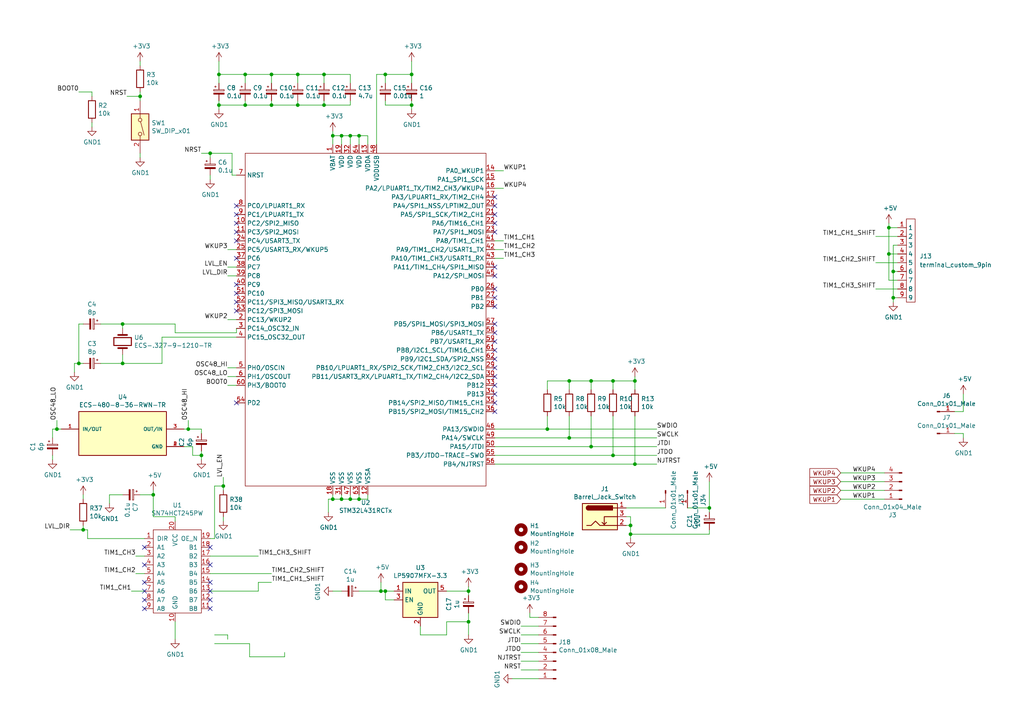
<source format=kicad_sch>
(kicad_sch (version 20211123) (generator eeschema)
  (paper "A4")
  (lib_symbols
    (symbol "Connector:Barrel_Jack_Switch" (pin_names hide)
      (property "Reference" "J" (at 0 5.334 0))
      (property "Value" "Barrel_Jack_Switch" (at 0 -5.08 0))
      (symbol "Barrel_Jack_Switch_1_1"
        (pin passive line (at 7.62 2.54 180) (length 2.54) (name "~") (number "1"))
        (pin passive line (at 7.62 -2.54 180) (length 2.54) (name "~") (number "2"))
        (pin passive line (at 7.62 0 180) (length 2.54) (name "~") (number "3"))
      )
    )
    (symbol "Connector:Conn_01x01_Male" (pin_names (offset 1.016) hide)
      (property "Reference" "J" (at 0 2.54 0))
      (property "Value" "Conn_01x01_Male" (at 0 -2.54 0))
      (symbol "Conn_01x01_Male_1_1"
        (pin passive line (at 5.08 0 180) (length 3.81) (name "Pin_1") (number "1"))
      )
    )
    (symbol "Connector:Conn_01x04_Male" (pin_names (offset 1.016) hide)
      (property "Reference" "J" (at 0 5.08 0))
      (property "Value" "Conn_01x04_Male" (at 0 -7.62 0))
      (symbol "Conn_01x04_Male_1_1"
        (pin passive line (at 5.08 2.54 180) (length 3.81) (name "Pin_1") (number "1"))
        (pin passive line (at 5.08 0 180) (length 3.81) (name "Pin_2") (number "2"))
        (pin passive line (at 5.08 -2.54 180) (length 3.81) (name "Pin_3") (number "3"))
        (pin passive line (at 5.08 -5.08 180) (length 3.81) (name "Pin_4") (number "4"))
      )
    )
    (symbol "Connector:Conn_01x08_Male" (pin_names (offset 1.016) hide)
      (property "Reference" "J" (at 0 10.16 0))
      (property "Value" "Conn_01x08_Male" (at 0 -12.7 0))
      (symbol "Conn_01x08_Male_1_1"
        (pin passive line (at 5.08 7.62 180) (length 3.81) (name "Pin_1") (number "1"))
        (pin passive line (at 5.08 5.08 180) (length 3.81) (name "Pin_2") (number "2"))
        (pin passive line (at 5.08 2.54 180) (length 3.81) (name "Pin_3") (number "3"))
        (pin passive line (at 5.08 0 180) (length 3.81) (name "Pin_4") (number "4"))
        (pin passive line (at 5.08 -2.54 180) (length 3.81) (name "Pin_5") (number "5"))
        (pin passive line (at 5.08 -5.08 180) (length 3.81) (name "Pin_6") (number "6"))
        (pin passive line (at 5.08 -7.62 180) (length 3.81) (name "Pin_7") (number "7"))
        (pin passive line (at 5.08 -10.16 180) (length 3.81) (name "Pin_8") (number "8"))
      )
    )
    (symbol "Device:Crystal" (pin_numbers hide) (pin_names (offset 1.016) hide)
      (property "Reference" "Y" (at 0 3.81 0))
      (property "Value" "Crystal" (at 0 -3.81 0))
      (symbol "Crystal_1_1"
        (pin passive line (at -3.81 0 0) (length 1.27) (name "1") (number "1"))
        (pin passive line (at 3.81 0 180) (length 1.27) (name "2") (number "2"))
      )
    )
    (symbol "Device:R" (pin_numbers hide) (pin_names (offset 0))
      (property "Reference" "R" (at 2.032 0 90))
      (property "Value" "R" (at 0 0 90))
      (symbol "R_1_1"
        (pin passive line (at 0 3.81 270) (length 1.27) (name "~") (number "1"))
        (pin passive line (at 0 -3.81 90) (length 1.27) (name "~") (number "2"))
      )
    )
    (symbol "Mechanical:MountingHole" (pin_names (offset 1.016))
      (property "Reference" "H" (at 0 5.08 0))
      (property "Value" "MountingHole" (at 0 3.175 0))
    )
    (symbol "Regulator_Linear:LP5907MFX-3.3"
      (property "Reference" "U" (at -3.81 6.35 0))
      (property "Value" "LP5907MFX-3.3" (at 6.35 6.35 0))
      (symbol "LP5907MFX-3.3_0_1"
        (pin power_in line (at -7.62 2.54 0) (length 2.54) (name "IN") (number "1"))
        (pin power_in line (at 0 -7.62 90) (length 2.54) (name "GND") (number "2"))
        (pin input line (at -7.62 0 0) (length 2.54) (name "EN") (number "3"))
        (pin no_connect line (at 5.08 0 180) (length 2.54) hide (name "NC") (number "4"))
        (pin power_out line (at 7.62 2.54 180) (length 2.54) (name "OUT") (number "5"))
      )
    )
    (symbol "Switch:SW_DIP_x01" (pin_names (offset 0) hide)
      (property "Reference" "SW" (at 0 3.81 0))
      (property "Value" "SW_DIP_x01" (at 0 -3.81 0))
      (symbol "SW_DIP_x01_1_1"
        (pin passive line (at -7.62 0 0) (length 5.08) (name "~") (number "1"))
        (pin passive line (at 7.62 0 180) (length 5.08) (name "~") (number "2"))
      )
    )
    (symbol "power:+5V" (power) (pin_names (offset 0))
      (property "Value" "+5V" (at 0 3.556 0))
      (symbol "+5V_1_1"
        (pin power_in line (at 0 0 90) (length 0) hide (name "+5V") (number "1"))
      )
    )
    (symbol "power:GND1" (power) (pin_names (offset 0))
      (property "Value" "GND1" (at 0 -3.81 0))
      (symbol "GND1_1_1"
        (pin power_in line (at 0 0 270) (length 0) hide (name "GND1") (number "1"))
      )
    )
    (symbol "spudglo_driver_v3p1-rescue:+3.3V-power" (power) (pin_names (offset 0))
      (property "Value" "+3.3V-power" (at 0 3.556 0))
      (symbol "+3.3V-power_1_1"
        (pin power_in line (at 0 0 90) (length 0) hide (name "+3V3") (number "1"))
      )
    )
    (symbol "spudglo_driver_v3p1-rescue:CP_Small-Device" (pin_numbers hide) (pin_names (offset 0.254) hide)
      (property "Reference" "C" (at 0.254 1.778 0))
      (property "Value" "CP_Small-Device" (at 0.254 -2.032 0))
      (symbol "CP_Small-Device_1_1"
        (pin passive line (at 0 2.54 270) (length 1.8542) (name "~") (number "1"))
        (pin passive line (at 0 -2.54 90) (length 1.8542) (name "~") (number "2"))
      )
    )
    (symbol "spudglo_driver_v3p1-rescue:ECS-480-8-36-RWN-TR-ECS-480-8-36-RWN-TR" (pin_names (offset 1.016))
      (property "Reference" "Y" (at -12.7254 7.6454 0))
      (property "Value" "ECS-480-8-36-RWN-TR-ECS-480-8-36-RWN-TR" (at -12.7 -7.62 0))
      (symbol "ECS-480-8-36-RWN-TR-ECS-480-8-36-RWN-TR_0_0"
        (pin bidirectional line (at -17.78 2.54 0) (length 5.08) (name "IN/OUT") (number "1"))
        (pin power_in line (at 17.78 -2.54 180) (length 5.08) (name "GND") (number "2"))
        (pin bidirectional line (at 17.78 2.54 180) (length 5.08) (name "OUT/IN") (number "3"))
        (pin power_in line (at 17.78 -2.54 180) (length 5.08) (name "GND") (number "4"))
      )
    )
    (symbol "spudglo_driver_v3p1-rescue:SN74HCT245PW-srw_custom" (pin_names (offset 1.016))
      (property "Reference" "U" (at -13.97 16.51 0))
      (property "Value" "SN74HCT245PW-srw_custom" (at 0 -34.29 0))
      (symbol "SN74HCT245PW-srw_custom_1_1"
        (pin input line (at -2.54 -2.54 0) (length 2.54) (name "DIR") (number "1"))
        (pin input line (at 6.35 -26.67 90) (length 2.54) (name "GND") (number "10"))
        (pin input line (at 16.51 -22.86 180) (length 2.54) (name "B8") (number "11"))
        (pin input line (at 16.51 -20.32 180) (length 2.54) (name "B7") (number "12"))
        (pin input line (at 16.51 -17.78 180) (length 2.54) (name "B6") (number "13"))
        (pin input line (at 16.51 -15.24 180) (length 2.54) (name "B5") (number "14"))
        (pin input line (at 16.51 -12.7 180) (length 2.54) (name "B4") (number "15"))
        (pin input line (at 16.51 -10.16 180) (length 2.54) (name "B3") (number "16"))
        (pin input line (at 16.51 -7.62 180) (length 2.54) (name "B2") (number "17"))
        (pin input line (at 16.51 -5.08 180) (length 2.54) (name "B1") (number "18"))
        (pin input line (at 16.51 -2.54 180) (length 2.54) (name "OE_N") (number "19"))
        (pin input line (at -2.54 -5.08 0) (length 2.54) (name "A1") (number "2"))
        (pin input line (at 6.35 2.54 270) (length 2.54) (name "VCC") (number "20"))
        (pin input line (at -2.54 -7.62 0) (length 2.54) (name "A2") (number "3"))
        (pin input line (at -2.54 -10.16 0) (length 2.54) (name "A3") (number "4"))
        (pin input line (at -2.54 -12.7 0) (length 2.54) (name "A4") (number "5"))
        (pin input line (at -2.54 -15.24 0) (length 2.54) (name "A5") (number "6"))
        (pin input line (at -2.54 -17.78 0) (length 2.54) (name "A6") (number "7"))
        (pin input line (at -2.54 -20.32 0) (length 2.54) (name "A7") (number "8"))
        (pin input line (at -2.54 -22.86 0) (length 2.54) (name "A8") (number "9"))
      )
    )
    (symbol "spudglo_driver_v3p1-rescue:STM32L431RCTx-MCU_ST_STM32L4"
      (property "Reference" "U" (at -6.35 29.21 0))
      (property "Value" "STM32L431RCTx-MCU_ST_STM32L4" (at -8.89 -72.39 0))
      (symbol "STM32L431RCTx-MCU_ST_STM32L4_1_1"
        (pin power_in line (at 16.51 29.21 270) (length 2.54) (name "VBAT") (number "1"))
        (pin bidirectional line (at -11.43 6.35 0) (length 2.54) (name "PC2/SPI2_MISO") (number "10"))
        (pin bidirectional line (at -11.43 3.81 0) (length 2.54) (name "PC3/SPI2_MOSI") (number "11"))
        (pin power_in line (at 26.67 -72.39 90) (length 2.54) (name "VSSA") (number "12"))
        (pin power_in line (at 26.67 29.21 270) (length 2.54) (name "VDDA") (number "13"))
        (pin bidirectional line (at 63.5 21.59 180) (length 2.54) (name "PA0_WKUP1") (number "14"))
        (pin bidirectional line (at 63.5 19.05 180) (length 2.54) (name "PA1_SPI1_SCK") (number "15"))
        (pin bidirectional line (at 63.5 16.51 180) (length 2.54) (name "PA2/LPUART1_TX/TIM2_CH3/WKUP4") (number "16"))
        (pin bidirectional line (at 63.5 13.97 180) (length 2.54) (name "PA3/LPUART1_RX/TIM2_CH4") (number "17"))
        (pin power_in line (at 16.51 -72.39 90) (length 2.54) (name "VSS") (number "18"))
        (pin power_in line (at 19.05 29.21 270) (length 2.54) (name "VDD") (number "19"))
        (pin bidirectional line (at -11.43 -21.59 0) (length 2.54) (name "PC13/WKUP2") (number "2"))
        (pin bidirectional line (at 63.5 11.43 180) (length 2.54) (name "PA4/SPI1_NSS/LPTIM2_OUT") (number "20"))
        (pin bidirectional line (at 63.5 8.89 180) (length 2.54) (name "PA5/SPI1_SCK/TIM2_CH1") (number "21"))
        (pin bidirectional line (at 63.5 6.35 180) (length 2.54) (name "PA6/TIM16_CH1") (number "22"))
        (pin bidirectional line (at 63.5 3.81 180) (length 2.54) (name "PA7/SPI1_MOSI") (number "23"))
        (pin bidirectional line (at -11.43 1.27 0) (length 2.54) (name "PC4/USART3_TX") (number "24"))
        (pin bidirectional line (at -11.43 -1.27 0) (length 2.54) (name "PC5/USART3_RX/WKUP5") (number "25"))
        (pin bidirectional line (at 63.5 -12.7 180) (length 2.54) (name "PB0") (number "26"))
        (pin bidirectional line (at 63.5 -15.24 180) (length 2.54) (name "PB1") (number "27"))
        (pin bidirectional line (at 63.5 -17.78 180) (length 2.54) (name "PB2") (number "28"))
        (pin bidirectional line (at 63.5 -35.56 180) (length 2.54) (name "PB10/LPUART1_RX/SPI2_SCK/TIM2_CH3/I2C2_SCL") (number "29"))
        (pin bidirectional line (at -11.43 -24.13 0) (length 2.54) (name "PC14_OSC32_IN") (number "3"))
        (pin bidirectional line (at 63.5 -38.1 180) (length 2.54) (name "PB11/USART3_RX/LPUART1_TX/TIM2_CH4/I2C2_SDA") (number "30"))
        (pin power_in line (at 19.05 -72.39 90) (length 2.54) (name "VSS") (number "31"))
        (pin power_in line (at 21.59 29.21 270) (length 2.54) (name "VDD") (number "32"))
        (pin bidirectional line (at 63.5 -40.64 180) (length 2.54) (name "PB12") (number "33"))
        (pin bidirectional line (at 63.5 -43.18 180) (length 2.54) (name "PB13") (number "34"))
        (pin bidirectional line (at 63.5 -45.72 180) (length 2.54) (name "PB14/SPI2_MISO/TIM15_CH1") (number "35"))
        (pin bidirectional line (at 63.5 -48.26 180) (length 2.54) (name "PB15/SPI2_MOSI/TIM15_CH2") (number "36"))
        (pin bidirectional line (at -11.43 -3.81 0) (length 2.54) (name "PC6") (number "37"))
        (pin bidirectional line (at -11.43 -6.35 0) (length 2.54) (name "PC7") (number "38"))
        (pin bidirectional line (at -11.43 -8.89 0) (length 2.54) (name "PC8") (number "39"))
        (pin bidirectional line (at -11.43 -26.67 0) (length 2.54) (name "PC15_OSC32_OUT") (number "4"))
        (pin bidirectional line (at -11.43 -11.43 0) (length 2.54) (name "PC9") (number "40"))
        (pin bidirectional line (at 63.5 1.27 180) (length 2.54) (name "PA8/TIM1_CH1") (number "41"))
        (pin bidirectional line (at 63.5 -1.27 180) (length 2.54) (name "PA9/TIM1_CH2/USART1_TX") (number "42"))
        (pin bidirectional line (at 63.5 -3.81 180) (length 2.54) (name "PA10/TIM1_CH3/USART1_RX") (number "43"))
        (pin bidirectional line (at 63.5 -6.35 180) (length 2.54) (name "PA11/TIM1_CH4/SPI1_MISO") (number "44"))
        (pin bidirectional line (at 63.5 -8.89 180) (length 2.54) (name "PA12/SPI_MOSI") (number "45"))
        (pin bidirectional line (at 63.5 -53.34 180) (length 2.54) (name "PA13/SWDIO") (number "46"))
        (pin power_in line (at 21.59 -72.39 90) (length 2.54) (name "VSS") (number "47"))
        (pin power_in line (at 29.21 29.21 270) (length 2.54) (name "VDDUSB") (number "48"))
        (pin bidirectional line (at 63.5 -55.88 180) (length 2.54) (name "PA14/SWCLK") (number "49"))
        (pin input line (at -11.43 -35.56 0) (length 2.54) (name "PH0/OSCIN") (number "5"))
        (pin bidirectional line (at 63.5 -58.42 180) (length 2.54) (name "PA15/JTDI") (number "50"))
        (pin bidirectional line (at -11.43 -13.97 0) (length 2.54) (name "PC10") (number "51"))
        (pin bidirectional line (at -11.43 -16.51 0) (length 2.54) (name "PC11/SPI3_MISO/USART3_RX") (number "52"))
        (pin bidirectional line (at -11.43 -19.05 0) (length 2.54) (name "PC12/SPI3_MOSI") (number "53"))
        (pin bidirectional line (at -11.43 -45.72 0) (length 2.54) (name "PD2") (number "54"))
        (pin bidirectional line (at 63.5 -60.96 180) (length 2.54) (name "PB3/JTDO-TRACE-SWO") (number "55"))
        (pin bidirectional line (at 63.5 -63.5 180) (length 2.54) (name "PB4/NJTRST") (number "56"))
        (pin bidirectional line (at 63.5 -22.86 180) (length 2.54) (name "PB5/SPI1_MOSI/SPI3_MOSI") (number "57"))
        (pin bidirectional line (at 63.5 -25.4 180) (length 2.54) (name "PB6/USART1_TX") (number "58"))
        (pin bidirectional line (at 63.5 -27.94 180) (length 2.54) (name "PB7/USART1_RX") (number "59"))
        (pin input line (at -11.43 -38.1 0) (length 2.54) (name "PH1/OSCOUT") (number "6"))
        (pin bidirectional line (at -11.43 -40.64 0) (length 2.54) (name "PH3/BOOT0") (number "60"))
        (pin bidirectional line (at 63.5 -30.48 180) (length 2.54) (name "PB8/I2C1_SCL/TIM16_CH1") (number "61"))
        (pin bidirectional line (at 63.5 -33.02 180) (length 2.54) (name "PB9/I2C1_SDA/SPI2_NSS") (number "62"))
        (pin power_in line (at 24.13 -72.39 90) (length 2.54) (name "VSS") (number "63"))
        (pin power_in line (at 24.13 29.21 270) (length 2.54) (name "VDD") (number "64"))
        (pin input line (at -11.43 20.32 0) (length 2.54) (name "NRST") (number "7"))
        (pin bidirectional line (at -11.43 11.43 0) (length 2.54) (name "PC0/LPUART1_RX") (number "8"))
        (pin bidirectional line (at -11.43 8.89 0) (length 2.54) (name "PC1/LPUART1_TX") (number "9"))
      )
    )
    (symbol "srw_custom:terminal_custom_9pin"
      (property "Reference" "J" (at 0 1.27 0))
      (property "Value" "terminal_custom_9pin" (at 2.54 -26.67 0))
      (symbol "terminal_custom_9pin_1_1"
        (pin input line (at -2.54 -2.54 0) (length 2.54) (name "1") (number "1"))
        (pin input line (at -2.54 -5.08 0) (length 2.54) (name "2") (number "2"))
        (pin input line (at -2.54 -7.62 0) (length 2.54) (name "3") (number "3"))
        (pin input line (at -2.54 -10.16 0) (length 2.54) (name "4") (number "4"))
        (pin input line (at -2.54 -12.7 0) (length 2.54) (name "5") (number "5"))
        (pin input line (at -2.54 -15.24 0) (length 2.54) (name "6") (number "6"))
        (pin input line (at -2.54 -17.78 0) (length 2.54) (name "7") (number "7"))
        (pin input line (at -2.54 -20.32 0) (length 2.54) (name "8") (number "8"))
        (pin input line (at -2.54 -22.86 0) (length 2.54) (name "9") (number "9"))
      )
    )
  )
  (junction (at 158.75 124.46))
  (junction (at 165.1 110.49))
  (junction (at 78.74 30.48))
  (junction (at 44.45 143.51))
  (junction (at 16.51 124.46))
  (junction (at 22.86 105.41))
  (junction (at 71.12 30.48))
  (junction (at 64.77 140.97))
  (junction (at 182.88 154.94))
  (junction (at 257.81 66.04))
  (junction (at 40.64 27.94))
  (junction (at 171.45 110.49))
  (junction (at 104.14 144.78))
  (junction (at 184.15 110.49))
  (junction (at 104.14 39.37))
  (junction (at 99.06 144.78))
  (junction (at 35.56 93.98))
  (junction (at 58.42 132.08))
  (junction (at 86.36 30.48))
  (junction (at 259.08 78.74))
  (junction (at 101.6 144.78))
  (junction (at 184.15 134.62))
  (junction (at 63.5 30.48))
  (junction (at 119.38 30.48))
  (junction (at 119.38 21.59))
  (junction (at 111.76 21.59))
  (junction (at 182.88 152.4))
  (junction (at 135.89 171.45))
  (junction (at 259.08 86.36))
  (junction (at 111.76 171.45))
  (junction (at 165.1 127))
  (junction (at 110.49 171.45))
  (junction (at 24.13 153.67))
  (junction (at 96.52 144.78))
  (junction (at 177.8 110.49))
  (junction (at 71.12 21.59))
  (junction (at 257.81 73.66))
  (junction (at 177.8 132.08))
  (junction (at 171.45 129.54))
  (junction (at 86.36 21.59))
  (junction (at 93.98 21.59))
  (junction (at 63.5 21.59))
  (junction (at 54.61 124.46))
  (junction (at 135.89 180.34))
  (junction (at 205.74 147.32))
  (junction (at 101.6 39.37))
  (junction (at 78.74 21.59))
  (junction (at 93.98 30.48))
  (junction (at 99.06 39.37))
  (junction (at 60.96 44.45))
  (junction (at 96.52 39.37))
  (junction (at 35.56 105.41))
  (no_connect (at 68.58 85.09))
  (no_connect (at 41.91 173.99))
  (no_connect (at 143.51 114.3))
  (no_connect (at 68.58 74.93))
  (no_connect (at 143.51 64.77))
  (no_connect (at 143.51 62.23))
  (no_connect (at 60.96 173.99))
  (no_connect (at 143.51 116.84))
  (no_connect (at 41.91 158.75))
  (no_connect (at 68.58 82.55))
  (no_connect (at 41.91 163.83))
  (no_connect (at 60.96 168.91))
  (no_connect (at 143.51 119.38))
  (no_connect (at 68.58 64.77))
  (no_connect (at 143.51 57.15))
  (no_connect (at 68.58 87.63))
  (no_connect (at 68.58 62.23))
  (no_connect (at 68.58 67.31))
  (no_connect (at 60.96 171.45))
  (no_connect (at 143.51 96.52))
  (no_connect (at 143.51 106.68))
  (no_connect (at 143.51 59.69))
  (no_connect (at 143.51 93.98))
  (no_connect (at 143.51 86.36))
  (no_connect (at 68.58 116.84))
  (no_connect (at 143.51 101.6))
  (no_connect (at 143.51 67.31))
  (no_connect (at 143.51 83.82))
  (no_connect (at 60.96 176.53))
  (no_connect (at 143.51 77.47))
  (no_connect (at 143.51 88.9))
  (no_connect (at 68.58 90.17))
  (no_connect (at 143.51 104.14))
  (no_connect (at 143.51 111.76))
  (no_connect (at 143.51 80.01))
  (no_connect (at 143.51 109.22))
  (no_connect (at 143.51 99.06))
  (no_connect (at 41.91 168.91))
  (no_connect (at 41.91 176.53))
  (no_connect (at 60.96 158.75))
  (no_connect (at 68.58 69.85))
  (no_connect (at 68.58 59.69))
  (no_connect (at 60.96 163.83))
  (no_connect (at 41.91 171.45))
  (wire (pts (xy 135.89 171.45) (xy 135.89 170.18)))
  (wire (pts (xy 50.8 185.42) (xy 50.8 180.34)))
  (wire (pts (xy 184.15 134.62) (xy 184.15 120.65)))
  (wire (pts (xy 68.58 97.79) (xy 46.99 97.79)))
  (wire (pts (xy 86.36 24.13) (xy 86.36 21.59)))
  (wire (pts (xy 182.88 149.86) (xy 181.61 149.86)))
  (wire (pts (xy 39.37 161.29) (xy 41.91 161.29)))
  (wire (pts (xy 78.74 30.48) (xy 86.36 30.48)))
  (wire (pts (xy 158.75 124.46) (xy 190.5 124.46)))
  (wire (pts (xy 177.8 132.08) (xy 190.5 132.08)))
  (wire (pts (xy 146.05 72.39) (xy 143.51 72.39)))
  (wire (pts (xy 96.52 144.78) (xy 96.52 143.51)))
  (wire (pts (xy 66.04 106.68) (xy 68.58 106.68)))
  (wire (pts (xy 184.15 134.62) (xy 190.5 134.62)))
  (wire (pts (xy 16.51 124.46) (xy 15.24 124.46)))
  (wire (pts (xy 60.96 166.37) (xy 78.74 166.37)))
  (wire (pts (xy 22.86 105.41) (xy 24.13 105.41)))
  (wire (pts (xy 39.37 166.37) (xy 41.91 166.37)))
  (wire (pts (xy 67.31 44.45) (xy 60.96 44.45)))
  (wire (pts (xy 199.39 147.32) (xy 205.74 147.32)))
  (wire (pts (xy 257.81 73.66) (xy 260.35 73.66)))
  (wire (pts (xy 62.23 156.21) (xy 60.96 156.21)))
  (wire (pts (xy 205.74 139.7) (xy 205.74 147.32)))
  (wire (pts (xy 22.86 26.67) (xy 26.67 26.67)))
  (wire (pts (xy 257.81 66.04) (xy 257.81 73.66)))
  (wire (pts (xy 53.34 129.54) (xy 55.88 129.54)))
  (wire (pts (xy 35.56 102.87) (xy 35.56 105.41)))
  (wire (pts (xy 106.68 41.91) (xy 106.68 39.37)))
  (wire (pts (xy 46.99 97.79) (xy 46.99 105.41)))
  (wire (pts (xy 158.75 113.03) (xy 158.75 110.49)))
  (wire (pts (xy 24.13 153.67) (xy 24.13 152.4)))
  (wire (pts (xy 276.86 119.38) (xy 279.4 119.38)))
  (wire (pts (xy 259.08 86.36) (xy 260.35 86.36)))
  (wire (pts (xy 101.6 41.91) (xy 101.6 39.37)))
  (wire (pts (xy 165.1 113.03) (xy 165.1 110.49)))
  (wire (pts (xy 135.89 180.34) (xy 135.89 177.8)))
  (wire (pts (xy 101.6 39.37) (xy 99.06 39.37)))
  (wire (pts (xy 129.54 180.34) (xy 135.89 180.34)))
  (wire (pts (xy 96.52 144.78) (xy 99.06 144.78)))
  (wire (pts (xy 254 83.82) (xy 260.35 83.82)))
  (wire (pts (xy 205.74 148.59) (xy 205.74 147.32)))
  (wire (pts (xy 63.5 30.48) (xy 63.5 31.75)))
  (wire (pts (xy 121.92 181.61) (xy 121.92 184.15)))
  (wire (pts (xy 96.52 171.45) (xy 99.06 171.45)))
  (wire (pts (xy 104.14 144.78) (xy 106.68 144.78)))
  (wire (pts (xy 143.51 129.54) (xy 171.45 129.54)))
  (wire (pts (xy 165.1 120.65) (xy 165.1 127)))
  (wire (pts (xy 95.25 144.78) (xy 96.52 144.78)))
  (wire (pts (xy 182.88 152.4) (xy 182.88 154.94)))
  (wire (pts (xy 109.22 21.59) (xy 109.22 41.91)))
  (wire (pts (xy 25.4 156.21) (xy 25.4 153.67)))
  (wire (pts (xy 74.93 168.91) (xy 78.74 168.91)))
  (wire (pts (xy 40.64 27.94) (xy 40.64 26.67)))
  (wire (pts (xy 78.74 24.13) (xy 78.74 21.59)))
  (wire (pts (xy 151.13 191.77) (xy 156.21 191.77)))
  (wire (pts (xy 165.1 127) (xy 143.51 127)))
  (wire (pts (xy 40.64 29.21) (xy 40.64 27.94)))
  (wire (pts (xy 78.74 21.59) (xy 86.36 21.59)))
  (wire (pts (xy 151.13 189.23) (xy 156.21 189.23)))
  (wire (pts (xy 143.51 134.62) (xy 184.15 134.62)))
  (wire (pts (xy 26.67 36.83) (xy 26.67 35.56)))
  (wire (pts (xy 156.21 179.07) (xy 153.67 179.07)))
  (wire (pts (xy 146.05 74.93) (xy 143.51 74.93)))
  (wire (pts (xy 254 68.58) (xy 260.35 68.58)))
  (wire (pts (xy 135.89 171.45) (xy 129.54 171.45)))
  (wire (pts (xy 93.98 21.59) (xy 93.98 24.13)))
  (wire (pts (xy 111.76 21.59) (xy 119.38 21.59)))
  (wire (pts (xy 143.51 124.46) (xy 158.75 124.46)))
  (wire (pts (xy 96.52 39.37) (xy 96.52 38.1)))
  (wire (pts (xy 119.38 30.48) (xy 111.76 30.48)))
  (wire (pts (xy 66.04 111.76) (xy 68.58 111.76)))
  (wire (pts (xy 153.67 179.07) (xy 153.67 177.8)))
  (wire (pts (xy 101.6 29.21) (xy 101.6 30.48)))
  (wire (pts (xy 60.96 44.45) (xy 58.42 44.45)))
  (wire (pts (xy 29.21 93.98) (xy 35.56 93.98)))
  (wire (pts (xy 129.54 184.15) (xy 129.54 180.34)))
  (wire (pts (xy 20.32 153.67) (xy 24.13 153.67)))
  (wire (pts (xy 35.56 95.25) (xy 35.56 93.98)))
  (wire (pts (xy 182.88 154.94) (xy 182.88 156.21)))
  (wire (pts (xy 101.6 144.78) (xy 101.6 143.51)))
  (wire (pts (xy 66.04 109.22) (xy 68.58 109.22)))
  (wire (pts (xy 146.05 49.53) (xy 143.51 49.53)))
  (wire (pts (xy 110.49 168.91) (xy 110.49 171.45)))
  (wire (pts (xy 257.81 81.28) (xy 257.81 73.66)))
  (wire (pts (xy 259.08 86.36) (xy 259.08 78.74)))
  (wire (pts (xy 243.84 142.24) (xy 256.54 142.24)))
  (wire (pts (xy 64.77 151.13) (xy 64.77 149.86)))
  (wire (pts (xy 26.67 27.94) (xy 26.67 26.67)))
  (wire (pts (xy 114.3 173.99) (xy 111.76 173.99)))
  (wire (pts (xy 25.4 156.21) (xy 41.91 156.21)))
  (wire (pts (xy 121.92 184.15) (xy 129.54 184.15)))
  (wire (pts (xy 181.61 147.32) (xy 193.04 147.32)))
  (wire (pts (xy 135.89 172.72) (xy 135.89 171.45)))
  (wire (pts (xy 95.25 148.59) (xy 95.25 144.78)))
  (wire (pts (xy 165.1 127) (xy 190.5 127)))
  (wire (pts (xy 243.84 144.78) (xy 256.54 144.78)))
  (wire (pts (xy 106.68 39.37) (xy 104.14 39.37)))
  (wire (pts (xy 17.78 124.46) (xy 16.51 124.46)))
  (wire (pts (xy 54.61 124.46) (xy 53.34 124.46)))
  (wire (pts (xy 184.15 113.03) (xy 184.15 110.49)))
  (wire (pts (xy 60.96 171.45) (xy 74.93 171.45)))
  (wire (pts (xy 64.77 138.43) (xy 64.77 140.97)))
  (wire (pts (xy 119.38 29.21) (xy 119.38 30.48)))
  (wire (pts (xy 181.61 152.4) (xy 182.88 152.4)))
  (wire (pts (xy 40.64 19.05) (xy 40.64 17.78)))
  (wire (pts (xy 259.08 78.74) (xy 260.35 78.74)))
  (wire (pts (xy 106.68 144.78) (xy 106.68 143.51)))
  (wire (pts (xy 111.76 21.59) (xy 111.76 24.13)))
  (wire (pts (xy 60.96 161.29) (xy 74.93 161.29)))
  (wire (pts (xy 96.52 41.91) (xy 96.52 39.37)))
  (wire (pts (xy 66.04 77.47) (xy 68.58 77.47)))
  (wire (pts (xy 257.81 66.04) (xy 257.81 64.77)))
  (wire (pts (xy 104.14 41.91) (xy 104.14 39.37)))
  (wire (pts (xy 71.12 30.48) (xy 78.74 30.48)))
  (wire (pts (xy 62.23 184.15) (xy 66.04 184.15)))
  (wire (pts (xy 109.22 21.59) (xy 111.76 21.59)))
  (wire (pts (xy 62.23 140.97) (xy 62.23 156.21)))
  (wire (pts (xy 101.6 144.78) (xy 104.14 144.78)))
  (wire (pts (xy 50.8 151.13) (xy 50.8 149.86)))
  (wire (pts (xy 36.83 27.94) (xy 40.64 27.94)))
  (wire (pts (xy 158.75 110.49) (xy 165.1 110.49)))
  (wire (pts (xy 50.8 96.52) (xy 68.58 96.52)))
  (wire (pts (xy 171.45 129.54) (xy 190.5 129.54)))
  (wire (pts (xy 254 76.2) (xy 260.35 76.2)))
  (wire (pts (xy 151.13 194.31) (xy 156.21 194.31)))
  (wire (pts (xy 151.13 181.61) (xy 156.21 181.61)))
  (wire (pts (xy 260.35 81.28) (xy 257.81 81.28)))
  (wire (pts (xy 158.75 124.46) (xy 158.75 120.65)))
  (wire (pts (xy 35.56 143.51) (xy 31.75 143.51)))
  (wire (pts (xy 165.1 110.49) (xy 171.45 110.49)))
  (wire (pts (xy 21.59 107.95) (xy 21.59 105.41)))
  (wire (pts (xy 257.81 66.04) (xy 260.35 66.04)))
  (wire (pts (xy 63.5 24.13) (xy 63.5 21.59)))
  (wire (pts (xy 177.8 113.03) (xy 177.8 110.49)))
  (wire (pts (xy 104.14 39.37) (xy 101.6 39.37)))
  (wire (pts (xy 63.5 21.59) (xy 71.12 21.59)))
  (wire (pts (xy 40.64 45.72) (xy 40.64 44.45)))
  (wire (pts (xy 15.24 124.46) (xy 15.24 127)))
  (wire (pts (xy 184.15 110.49) (xy 184.15 109.22)))
  (wire (pts (xy 58.42 125.73) (xy 58.42 124.46)))
  (wire (pts (xy 55.88 129.54) (xy 55.88 132.08)))
  (wire (pts (xy 74.93 171.45) (xy 74.93 168.91)))
  (wire (pts (xy 58.42 133.35) (xy 58.42 132.08)))
  (wire (pts (xy 64.77 142.24) (xy 64.77 140.97)))
  (wire (pts (xy 99.06 143.51) (xy 99.06 144.78)))
  (wire (pts (xy 182.88 154.94) (xy 205.74 154.94)))
  (wire (pts (xy 259.08 71.12) (xy 260.35 71.12)))
  (wire (pts (xy 205.74 154.94) (xy 205.74 153.67)))
  (wire (pts (xy 119.38 24.13) (xy 119.38 21.59)))
  (wire (pts (xy 67.31 50.8) (xy 67.31 44.45)))
  (wire (pts (xy 177.8 132.08) (xy 143.51 132.08)))
  (wire (pts (xy 177.8 110.49) (xy 184.15 110.49)))
  (wire (pts (xy 82.55 189.23) (xy 82.55 190.5)))
  (wire (pts (xy 110.49 171.45) (xy 104.14 171.45)))
  (wire (pts (xy 60.96 52.07) (xy 60.96 50.8)))
  (wire (pts (xy 31.75 146.05) (xy 31.75 143.51)))
  (wire (pts (xy 182.88 152.4) (xy 182.88 149.86)))
  (wire (pts (xy 111.76 171.45) (xy 110.49 171.45)))
  (wire (pts (xy 119.38 21.59) (xy 119.38 17.78)))
  (wire (pts (xy 259.08 78.74) (xy 259.08 71.12)))
  (wire (pts (xy 22.86 93.98) (xy 24.13 93.98)))
  (wire (pts (xy 259.08 87.63) (xy 259.08 86.36)))
  (wire (pts (xy 279.4 119.38) (xy 279.4 114.3)))
  (wire (pts (xy 72.39 190.5) (xy 82.55 190.5)))
  (wire (pts (xy 62.23 186.69) (xy 72.39 186.69)))
  (wire (pts (xy 22.86 105.41) (xy 22.86 93.98)))
  (wire (pts (xy 50.8 149.86) (xy 44.45 149.86)))
  (wire (pts (xy 279.4 125.73) (xy 279.4 127)))
  (wire (pts (xy 78.74 30.48) (xy 78.74 29.21)))
  (wire (pts (xy 177.8 110.49) (xy 171.45 110.49)))
  (wire (pts (xy 66.04 80.01) (xy 68.58 80.01)))
  (wire (pts (xy 111.76 29.21) (xy 111.76 30.48)))
  (wire (pts (xy 66.04 184.15) (xy 66.04 185.42)))
  (wire (pts (xy 86.36 30.48) (xy 86.36 29.21)))
  (wire (pts (xy 243.84 137.16) (xy 256.54 137.16)))
  (wire (pts (xy 35.56 93.98) (xy 50.8 93.98)))
  (wire (pts (xy 44.45 149.86) (xy 44.45 143.51)))
  (wire (pts (xy 66.04 72.39) (xy 68.58 72.39)))
  (wire (pts (xy 58.42 124.46) (xy 54.61 124.46)))
  (wire (pts (xy 111.76 173.99) (xy 111.76 171.45)))
  (wire (pts (xy 171.45 129.54) (xy 171.45 120.65)))
  (wire (pts (xy 60.96 45.72) (xy 60.96 44.45)))
  (wire (pts (xy 135.89 180.34) (xy 135.89 184.15)))
  (wire (pts (xy 46.99 105.41) (xy 35.56 105.41)))
  (wire (pts (xy 71.12 30.48) (xy 71.12 29.21)))
  (wire (pts (xy 276.86 125.73) (xy 279.4 125.73)))
  (wire (pts (xy 146.05 69.85) (xy 143.51 69.85)))
  (wire (pts (xy 177.8 132.08) (xy 177.8 120.65)))
  (wire (pts (xy 99.06 39.37) (xy 96.52 39.37)))
  (wire (pts (xy 54.61 121.92) (xy 54.61 124.46)))
  (wire (pts (xy 151.13 184.15) (xy 156.21 184.15)))
  (wire (pts (xy 101.6 24.13) (xy 101.6 21.59)))
  (wire (pts (xy 146.05 54.61) (xy 143.51 54.61)))
  (wire (pts (xy 16.51 121.92) (xy 16.51 124.46)))
  (wire (pts (xy 50.8 93.98) (xy 50.8 96.52)))
  (wire (pts (xy 25.4 153.67) (xy 24.13 153.67)))
  (wire (pts (xy 68.58 50.8) (xy 67.31 50.8)))
  (wire (pts (xy 93.98 30.48) (xy 101.6 30.48)))
  (wire (pts (xy 71.12 21.59) (xy 78.74 21.59)))
  (wire (pts (xy 156.21 196.85) (xy 148.59 196.85)))
  (wire (pts (xy 72.39 186.69) (xy 72.39 190.5)))
  (wire (pts (xy 171.45 110.49) (xy 171.45 113.03)))
  (wire (pts (xy 58.42 132.08) (xy 58.42 130.81)))
  (wire (pts (xy 21.59 105.41) (xy 22.86 105.41)))
  (wire (pts (xy 15.24 133.35) (xy 15.24 132.08)))
  (wire (pts (xy 44.45 143.51) (xy 40.64 143.51)))
  (wire (pts (xy 101.6 21.59) (xy 93.98 21.59)))
  (wire (pts (xy 104.14 143.51) (xy 104.14 144.78)))
  (wire (pts (xy 86.36 21.59) (xy 93.98 21.59)))
  (wire (pts (xy 99.06 144.78) (xy 101.6 144.78)))
  (wire (pts (xy 63.5 21.59) (xy 63.5 17.78)))
  (wire (pts (xy 93.98 30.48) (xy 86.36 30.48)))
  (wire (pts (xy 63.5 29.21) (xy 63.5 30.48)))
  (wire (pts (xy 68.58 96.52) (xy 68.58 95.25)))
  (wire (pts (xy 151.13 186.69) (xy 156.21 186.69)))
  (wire (pts (xy 66.04 92.71) (xy 68.58 92.71)))
  (wire (pts (xy 64.77 140.97) (xy 62.23 140.97)))
  (wire (pts (xy 243.84 139.7) (xy 256.54 139.7)))
  (wire (pts (xy 38.1 171.45) (xy 41.91 171.45)))
  (wire (pts (xy 24.13 144.78) (xy 24.13 143.51)))
  (wire (pts (xy 114.3 171.45) (xy 111.76 171.45)))
  (wire (pts (xy 63.5 30.48) (xy 71.12 30.48)))
  (wire (pts (xy 99.06 41.91) (xy 99.06 39.37)))
  (wire (pts (xy 29.21 105.41) (xy 35.56 105.41)))
  (wire (pts (xy 93.98 29.21) (xy 93.98 30.48)))
  (wire (pts (xy 55.88 132.08) (xy 58.42 132.08)))
  (wire (pts (xy 71.12 24.13) (xy 71.12 21.59)))
  (wire (pts (xy 44.45 142.24) (xy 44.45 143.51)))
  (wire (pts (xy 119.38 31.75) (xy 119.38 30.48)))
  (label "WKUP1" (at 146.05 49.53 0))
  (label "JTDO" (at 190.5 132.08 0))
  (label "WKUP1" (at 254 144.78 180))
  (label "TIM1_CH1" (at 38.1 171.45 180))
  (label "TIM1_CH1_SHIFT" (at 254 68.58 180))
  (label "WKUP3" (at 66.04 72.39 180))
  (label "TIM1_CH1" (at 146.05 69.85 0))
  (label "TIM1_CH2" (at 146.05 72.39 0))
  (label "TIM1_CH1_SHIFT" (at 78.74 168.91 0))
  (label "SWDIO" (at 190.5 124.46 0))
  (label "LVL_DIR" (at 20.32 153.67 180))
  (label "NRST" (at 58.42 44.45 180))
  (label "OSC48_HI" (at 54.61 121.92 90))
  (label "SWCLK" (at 190.5 127 0))
  (label "WKUP4" (at 254 137.16 180))
  (label "BOOT0" (at 22.86 26.67 180))
  (label "NRST" (at 36.83 27.94 180))
  (label "TIM1_CH3_SHIFT" (at 74.93 161.29 0))
  (label "TIM1_CH2_SHIFT" (at 78.74 166.37 0))
  (label "TIM1_CH2_SHIFT" (at 254 76.2 180))
  (label "TIM1_CH3" (at 146.05 74.93 0))
  (label "LVL_DIR" (at 66.04 80.01 180))
  (label "LVL_EN" (at 66.04 77.47 180))
  (label "TIM1_CH3" (at 39.37 161.29 180))
  (label "OSC48_LO" (at 66.04 109.22 180))
  (label "LVL_EN" (at 64.77 138.43 90))
  (label "JTDO" (at 151.13 189.23 180))
  (label "OSC48_LO" (at 16.51 121.92 90))
  (label "NJTRST" (at 190.5 134.62 0))
  (label "OSC48_HI" (at 66.04 106.68 180))
  (label "SWDIO" (at 151.13 181.61 180))
  (label "WKUP2" (at 254 142.24 180))
  (label "NJTRST" (at 151.13 191.77 180))
  (label "JTDI" (at 190.5 129.54 0))
  (label "NRST" (at 151.13 194.31 180))
  (label "BOOT0" (at 66.04 111.76 180))
  (label "WKUP3" (at 254 139.7 180))
  (label "JTDI" (at 151.13 186.69 180))
  (label "WKUP2" (at 66.04 92.71 180))
  (label "TIM1_CH3_SHIFT" (at 254 83.82 180))
  (label "SWCLK" (at 151.13 184.15 180))
  (label "WKUP4" (at 146.05 54.61 0))
  (label "TIM1_CH2" (at 39.37 166.37 180))
  (global_label "WKUP3" (shape input) (at 243.84 139.7 180) (property "Intersheet References" "${INTERSHEET_REFS}" (effects hide)))
  (global_label "WKUP1" (shape input) (at 243.84 144.78 180) (property "Intersheet References" "${INTERSHEET_REFS}" (effects hide)))
  (global_label "WKUP4" (shape input) (at 243.84 137.16 180) (property "Intersheet References" "${INTERSHEET_REFS}" (effects hide)))
  (global_label "WKUP2" (shape input) (at 243.84 142.24 180) (property "Intersheet References" "${INTERSHEET_REFS}" (effects hide)))
  (symbol (lib_id "spudglo_driver_v3p1-rescue:STM32L431RCTx-MCU_ST_STM32L4") (at 80.01 71.12 0) (unit 1)
    (property "Reference" "U2" (at 106.045 145.7706 0))
    (property "Value" "STM32L431RCTx" (at 106.045 148.082 0))
    (property "Footprint" "Package_QFP:LQFP-64_10x10mm_P0.5mm" (effects hide))
    (property "Datasheet" "http://www.st.com/st-web-ui/static/active/en/resource/technical/document/datasheet/DM00257211.pdf" (effects hide))
  )
  (symbol (lib_id "spudglo_driver_v3p1-rescue:CP_Small-Device") (at 63.5 26.67 0) (unit 1)
    (property "Reference" "C8" (at 65.7352 25.5016 0) (effects (justify left)))
    (property "Value" "0.1u" (at 65.7352 27.813 0) (effects (justify left)))
    (property "Footprint" "Capacitor_SMD:C_0603_1608Metric_Pad1.05x0.95mm_HandSolder" (effects hide))
  )
  (symbol (lib_id "spudglo_driver_v3p1-rescue:CP_Small-Device") (at 71.12 26.67 0) (unit 1)
    (property "Reference" "C9" (at 73.3552 25.5016 0) (effects (justify left)))
    (property "Value" "0.1u" (at 73.3552 27.813 0) (effects (justify left)))
    (property "Footprint" "Capacitor_SMD:C_0603_1608Metric_Pad1.05x0.95mm_HandSolder" (effects hide))
  )
  (symbol (lib_id "spudglo_driver_v3p1-rescue:CP_Small-Device") (at 78.74 26.67 0) (unit 1)
    (property "Reference" "C10" (at 80.9752 25.5016 0) (effects (justify left)))
    (property "Value" "0.1u" (at 80.9752 27.813 0) (effects (justify left)))
    (property "Footprint" "Capacitor_SMD:C_0603_1608Metric_Pad1.05x0.95mm_HandSolder" (effects hide))
  )
  (symbol (lib_id "spudglo_driver_v3p1-rescue:CP_Small-Device") (at 86.36 26.67 0) (unit 1)
    (property "Reference" "C11" (at 88.5952 25.5016 0) (effects (justify left)))
    (property "Value" "0.1u" (at 88.5952 27.813 0) (effects (justify left)))
    (property "Footprint" "Capacitor_SMD:C_0603_1608Metric_Pad1.05x0.95mm_HandSolder" (effects hide))
  )
  (symbol (lib_id "spudglo_driver_v3p1-rescue:CP_Small-Device") (at 93.98 26.67 0) (unit 1)
    (property "Reference" "C12" (at 96.2152 25.5016 0) (effects (justify left)))
    (property "Value" "0.1u" (at 96.2152 27.813 0) (effects (justify left)))
    (property "Footprint" "Capacitor_SMD:C_0603_1608Metric_Pad1.05x0.95mm_HandSolder" (effects hide))
  )
  (symbol (lib_id "spudglo_driver_v3p1-rescue:CP_Small-Device") (at 101.6 26.67 0) (unit 1)
    (property "Reference" "C13" (at 103.8352 25.5016 0) (effects (justify left)))
    (property "Value" "4.7u" (at 103.8352 27.813 0) (effects (justify left)))
    (property "Footprint" "Capacitor_SMD:C_0603_1608Metric_Pad1.05x0.95mm_HandSolder" (effects hide))
  )
  (symbol (lib_id "power:GND1") (at 63.5 31.75 0) (unit 1)
    (property "Reference" "#PWR0101" (effects hide))
    (property "Value" "GND1" (at 63.627 36.1442 0))
  )
  (symbol (lib_id "spudglo_driver_v3p1-rescue:+3.3V-power") (at 63.5 17.78 0) (unit 1)
    (property "Reference" "#PWR0102" (effects hide))
    (property "Value" "+3.3V" (at 63.881 13.3858 0))
  )
  (symbol (lib_id "spudglo_driver_v3p1-rescue:CP_Small-Device") (at 111.76 26.67 0) (unit 1)
    (property "Reference" "C15" (at 113.9952 25.5016 0) (effects (justify left)))
    (property "Value" "0.01u" (at 113.9952 27.813 0) (effects (justify left)))
    (property "Footprint" "Capacitor_SMD:C_0603_1608Metric_Pad1.05x0.95mm_HandSolder" (effects hide))
  )
  (symbol (lib_id "spudglo_driver_v3p1-rescue:CP_Small-Device") (at 119.38 26.67 0) (unit 1)
    (property "Reference" "C16" (at 121.6152 25.5016 0) (effects (justify left)))
    (property "Value" "1" (at 121.6152 27.813 0) (effects (justify left)))
    (property "Footprint" "Capacitor_SMD:C_0603_1608Metric_Pad1.05x0.95mm_HandSolder" (effects hide))
  )
  (symbol (lib_id "power:GND1") (at 119.38 31.75 0) (unit 1)
    (property "Reference" "#PWR0103" (effects hide))
    (property "Value" "GND1" (at 119.507 36.1442 0))
  )
  (symbol (lib_id "spudglo_driver_v3p1-rescue:+3.3V-power") (at 119.38 17.78 0) (unit 1)
    (property "Reference" "#PWR0104" (effects hide))
    (property "Value" "+3.3V" (at 119.761 13.3858 0))
  )
  (symbol (lib_id "power:GND1") (at 95.25 148.59 0) (unit 1)
    (property "Reference" "#PWR0105" (effects hide))
    (property "Value" "GND1" (at 95.377 152.9842 0))
  )
  (symbol (lib_id "spudglo_driver_v3p1-rescue:+3.3V-power") (at 96.52 38.1 0) (unit 1)
    (property "Reference" "#PWR0106" (effects hide))
    (property "Value" "+3.3V" (at 96.901 33.7058 0))
  )
  (symbol (lib_id "spudglo_driver_v3p1-rescue:CP_Small-Device") (at 60.96 48.26 0) (unit 1)
    (property "Reference" "C6" (at 63.1952 47.0916 0) (effects (justify left)))
    (property "Value" "0.1u" (at 63.1952 49.403 0) (effects (justify left)))
    (property "Footprint" "Capacitor_SMD:C_0603_1608Metric_Pad1.05x0.95mm_HandSolder" (effects hide))
  )
  (symbol (lib_id "power:GND1") (at 60.96 52.07 0) (unit 1)
    (property "Reference" "#PWR0107" (effects hide))
    (property "Value" "GND1" (at 61.087 56.4642 0))
  )
  (symbol (lib_id "Switch:SW_DIP_x01") (at 40.64 36.83 270) (unit 1)
    (property "Reference" "SW1" (at 43.942 35.6616 90) (effects (justify left)))
    (property "Value" "SW_DIP_x01" (at 43.942 37.973 90) (effects (justify left)))
    (property "Footprint" "Connector_PinHeader_2.54mm:PinHeader_1x02_P2.54mm_Vertical" (effects hide))
  )
  (symbol (lib_id "power:GND1") (at 40.64 45.72 0) (unit 1)
    (property "Reference" "#PWR0108" (effects hide))
    (property "Value" "GND1" (at 40.767 50.1142 0))
  )
  (symbol (lib_id "Device:R") (at 40.64 22.86 0) (unit 1)
    (property "Reference" "R3" (at 42.418 21.6916 0) (effects (justify left)))
    (property "Value" "10k" (at 42.418 24.003 0) (effects (justify left)))
    (property "Footprint" "Resistor_SMD:R_0603_1608Metric_Pad1.05x0.95mm_HandSolder" (effects hide))
  )
  (symbol (lib_id "spudglo_driver_v3p1-rescue:+3.3V-power") (at 40.64 17.78 0) (unit 1)
    (property "Reference" "#PWR0109" (effects hide))
    (property "Value" "+3.3V" (at 41.021 13.3858 0))
  )
  (symbol (lib_id "Device:Crystal") (at 35.56 99.06 270) (unit 1)
    (property "Reference" "U6" (at 38.8874 97.8916 90) (effects (justify left)))
    (property "Value" "ECS-.327-9-1210-TR" (at 38.8874 100.203 90) (effects (justify left)))
    (property "Footprint" "ECS-:XTAL_ECS-.327-9-1210-TR" (effects hide))
  )
  (symbol (lib_id "spudglo_driver_v3p1-rescue:CP_Small-Device") (at 26.67 93.98 270) (unit 1)
    (property "Reference" "C4" (at 26.67 88.265 90))
    (property "Value" "8p" (at 26.67 90.5764 90))
    (property "Footprint" "Capacitor_SMD:C_0603_1608Metric_Pad1.05x0.95mm_HandSolder" (effects hide))
  )
  (symbol (lib_id "Connector:Conn_01x08_Male") (at 161.29 189.23 180) (unit 1)
    (property "Reference" "J18" (at 162.0012 186.2328 0) (effects (justify right)))
    (property "Value" "Conn_01x08_Male" (at 162.0012 188.5442 0) (effects (justify right)))
    (property "Footprint" "Connector_PinHeader_2.54mm:PinHeader_2x04_P2.54mm_Vertical" (effects hide))
  )
  (symbol (lib_id "spudglo_driver_v3p1-rescue:CP_Small-Device") (at 26.67 105.41 270) (unit 1)
    (property "Reference" "C3" (at 26.67 99.695 90))
    (property "Value" "8p" (at 26.67 102.0064 90))
    (property "Footprint" "Capacitor_SMD:C_0603_1608Metric_Pad1.05x0.95mm_HandSolder" (effects hide))
  )
  (symbol (lib_id "power:GND1") (at 21.59 107.95 0) (unit 1)
    (property "Reference" "#PWR0110" (effects hide))
    (property "Value" "GND1" (at 21.717 112.3442 0))
  )
  (symbol (lib_id "spudglo_driver_v3p1-rescue:CP_Small-Device") (at 15.24 129.54 0) (unit 1)
    (property "Reference" "C1" (at 9.525 129.54 90))
    (property "Value" "6p" (at 11.8364 129.54 90))
    (property "Footprint" "Capacitor_SMD:C_0603_1608Metric_Pad1.05x0.95mm_HandSolder" (effects hide))
  )
  (symbol (lib_id "spudglo_driver_v3p1-rescue:CP_Small-Device") (at 58.42 128.27 0) (unit 1)
    (property "Reference" "C2" (at 52.705 128.27 90))
    (property "Value" "6p" (at 55.0164 128.27 90))
    (property "Footprint" "Capacitor_SMD:C_0603_1608Metric_Pad1.05x0.95mm_HandSolder" (effects hide))
  )
  (symbol (lib_id "power:GND1") (at 148.59 196.85 270) (unit 1)
    (property "Reference" "#PWR0137" (effects hide))
    (property "Value" "GND1" (at 144.1958 196.977 0))
  )
  (symbol (lib_id "power:GND1") (at 26.67 36.83 0) (unit 1)
    (property "Reference" "#PWR0112" (effects hide))
    (property "Value" "GND1" (at 26.797 41.2242 0))
  )
  (symbol (lib_id "Device:R") (at 26.67 31.75 0) (unit 1)
    (property "Reference" "R2" (at 28.448 30.5816 0) (effects (justify left)))
    (property "Value" "10k" (at 28.448 32.893 0) (effects (justify left)))
    (property "Footprint" "Resistor_SMD:R_0603_1608Metric_Pad1.05x0.95mm_HandSolder" (effects hide))
  )
  (symbol (lib_id "Connector:Conn_01x04_Male") (at 261.62 142.24 180) (unit 1)
    (property "Reference" "J3" (at 258.8768 149.3774 0))
    (property "Value" "Conn_01x04_Male" (at 258.8768 147.066 0))
    (property "Footprint" "Connector_PinHeader_2.54mm:PinHeader_1x04_P2.54mm_Vertical" (effects hide))
  )
  (symbol (lib_id "spudglo_driver_v3p1-rescue:ECS-480-8-36-RWN-TR-ECS-480-8-36-RWN-TR") (at 35.56 127 0) (unit 1)
    (property "Reference" "U4" (at 35.56 115.1382 0))
    (property "Value" "ECS-480-8-36-RWN-TR" (at 35.56 117.4496 0))
    (property "Footprint" "XTAL_ECS-480-8-36-RWN-TR" (effects hide))
    (property "MF" "ECS INC" (effects hide))
    (property "DESCRIPTION" "The minature ECX-2236 is a compact SMD Crystal. The industry standard 2.5 x 2.0 x 0.55 mm ceramic package is ideal for today’s SMD manufacturing environment." (effects hide))
    (property "STANDARD" "Manufacturer Recommendation" (effects hide))
    (property "MP" "ECX-2236" (effects hide))
    (property "PACKAGE" "SMD-4 ECX" (effects hide))
    (property "AVAILABILITY" "Good" (effects hide))
    (property "PARTREV" "2017" (effects hide))
  )
  (symbol (lib_id "Device:R") (at 158.75 116.84 0) (unit 1)
    (property "Reference" "R5" (at 160.528 115.6716 0) (effects (justify left)))
    (property "Value" "10k" (at 160.528 117.983 0) (effects (justify left)))
    (property "Footprint" "Resistor_SMD:R_0603_1608Metric_Pad1.05x0.95mm_HandSolder" (effects hide))
  )
  (symbol (lib_id "Device:R") (at 165.1 116.84 0) (unit 1)
    (property "Reference" "R8" (at 166.878 115.6716 0) (effects (justify left)))
    (property "Value" "10k" (at 166.878 117.983 0) (effects (justify left)))
    (property "Footprint" "Resistor_SMD:R_0603_1608Metric_Pad1.05x0.95mm_HandSolder" (effects hide))
  )
  (symbol (lib_id "Device:R") (at 171.45 116.84 0) (unit 1)
    (property "Reference" "R9" (at 173.228 115.6716 0) (effects (justify left)))
    (property "Value" "10k" (at 173.228 117.983 0) (effects (justify left)))
    (property "Footprint" "Resistor_SMD:R_0603_1608Metric_Pad1.05x0.95mm_HandSolder" (effects hide))
  )
  (symbol (lib_id "Device:R") (at 177.8 116.84 0) (unit 1)
    (property "Reference" "R10" (at 179.578 115.6716 0) (effects (justify left)))
    (property "Value" "10k" (at 179.578 117.983 0) (effects (justify left)))
    (property "Footprint" "Resistor_SMD:R_0603_1608Metric_Pad1.05x0.95mm_HandSolder" (effects hide))
  )
  (symbol (lib_id "Device:R") (at 184.15 116.84 0) (unit 1)
    (property "Reference" "R13" (at 185.928 115.6716 0) (effects (justify left)))
    (property "Value" "10k" (at 185.928 117.983 0) (effects (justify left)))
    (property "Footprint" "Resistor_SMD:R_0603_1608Metric_Pad1.05x0.95mm_HandSolder" (effects hide))
  )
  (symbol (lib_id "spudglo_driver_v3p1-rescue:+3.3V-power") (at 184.15 109.22 0) (unit 1)
    (property "Reference" "#PWR0113" (effects hide))
    (property "Value" "+3.3V" (at 184.531 104.8258 0))
  )
  (symbol (lib_id "power:GND1") (at 15.24 133.35 0) (unit 1)
    (property "Reference" "#PWR0140" (effects hide))
    (property "Value" "GND1" (at 15.367 137.7442 0))
  )
  (symbol (lib_id "spudglo_driver_v3p1-rescue:+3.3V-power") (at 153.67 177.8 0) (unit 1)
    (property "Reference" "#PWR0139" (effects hide))
    (property "Value" "+3.3V" (at 154.051 173.4058 0))
  )
  (symbol (lib_id "power:GND1") (at 58.42 133.35 0) (unit 1)
    (property "Reference" "#PWR0141" (effects hide))
    (property "Value" "GND1" (at 58.547 137.7442 0))
  )
  (symbol (lib_id "power:GND1") (at 50.8 185.42 0) (unit 1)
    (property "Reference" "#PWR0130" (effects hide))
    (property "Value" "GND1" (at 50.927 189.8142 0))
  )
  (symbol (lib_id "power:+5V") (at 44.45 142.24 0) (unit 1)
    (property "Reference" "#PWR0123" (effects hide))
    (property "Value" "+5V" (at 44.831 137.8458 0))
  )
  (symbol (lib_id "spudglo_driver_v3p1-rescue:CP_Small-Device") (at 38.1 143.51 270) (unit 1)
    (property "Reference" "C7" (at 39.2684 145.7452 0) (effects (justify left)))
    (property "Value" "0.1u" (at 36.957 145.7452 0) (effects (justify left)))
    (property "Footprint" "Capacitor_SMD:C_0603_1608Metric_Pad1.05x0.95mm_HandSolder" (effects hide))
  )
  (symbol (lib_id "power:GND1") (at 31.75 146.05 0) (unit 1)
    (property "Reference" "#PWR0124" (effects hide))
    (property "Value" "GND1" (at 31.877 150.4442 0))
  )
  (symbol (lib_id "Connector:Barrel_Jack_Switch") (at 173.99 149.86 0) (unit 1)
    (property "Reference" "J1" (at 175.4378 141.8082 0))
    (property "Value" "Barrel_Jack_Switch" (at 175.4378 144.1196 0))
    (property "Footprint" "Connector_BarrelJack:BarrelJack_Wuerth_6941xx301002" (effects hide))
  )
  (symbol (lib_id "power:GND1") (at 182.88 156.21 0) (unit 1)
    (property "Reference" "#PWR0146" (effects hide))
    (property "Value" "GND1" (at 183.007 160.6042 0))
  )
  (symbol (lib_id "power:+5V") (at 205.74 139.7 0) (unit 1)
    (property "Reference" "#PWR0147" (effects hide))
    (property "Value" "+5V" (at 206.121 135.3058 0))
  )
  (symbol (lib_id "spudglo_driver_v3p1-rescue:CP_Small-Device") (at 205.74 151.13 0) (unit 1)
    (property "Reference" "C21" (at 200.025 151.13 90))
    (property "Value" "10u" (at 202.3364 151.13 90))
    (property "Footprint" "Capacitor_SMD:C_0603_1608Metric_Pad1.05x0.95mm_HandSolder" (effects hide))
  )
  (symbol (lib_id "Regulator_Linear:LP5907MFX-3.3") (at 121.92 173.99 0) (unit 1)
    (property "Reference" "U3" (at 121.92 164.6682 0))
    (property "Value" "LP5907MFX-3.3" (at 121.92 166.9796 0))
    (property "Footprint" "Package_TO_SOT_SMD:SOT-23-5" (effects hide))
    (property "Datasheet" "http://www.ti.com/lit/ds/symlink/lp5907.pdf" (effects hide))
  )
  (symbol (lib_id "power:+5V") (at 110.49 168.91 0) (unit 1)
    (property "Reference" "#PWR0125" (effects hide))
    (property "Value" "+5V" (at 110.871 164.5158 0))
  )
  (symbol (lib_id "spudglo_driver_v3p1-rescue:CP_Small-Device") (at 101.6 171.45 270) (unit 1)
    (property "Reference" "C14" (at 101.6 165.735 90))
    (property "Value" "1u" (at 101.6 168.0464 90))
    (property "Footprint" "Capacitor_SMD:C_0603_1608Metric_Pad1.05x0.95mm_HandSolder" (effects hide))
  )
  (symbol (lib_id "Mechanical:MountingHole") (at 151.13 153.67 0) (unit 1)
    (property "Reference" "H1" (at 153.67 152.5016 0) (effects (justify left)))
    (property "Value" "MountingHole" (at 153.67 154.813 0) (effects (justify left)))
    (property "Footprint" "MountingHole:MountingHole_6.5mm" (effects hide))
  )
  (symbol (lib_id "power:GND1") (at 96.52 171.45 270) (unit 1)
    (property "Reference" "#PWR0126" (effects hide))
    (property "Value" "GND1" (at 92.1258 171.577 0))
  )
  (symbol (lib_id "spudglo_driver_v3p1-rescue:CP_Small-Device") (at 135.89 175.26 0) (unit 1)
    (property "Reference" "C17" (at 130.175 175.26 90))
    (property "Value" "1u" (at 132.4864 175.26 90))
    (property "Footprint" "Capacitor_SMD:C_0603_1608Metric_Pad1.05x0.95mm_HandSolder" (effects hide))
  )
  (symbol (lib_id "power:GND1") (at 135.89 184.15 0) (unit 1)
    (property "Reference" "#PWR0127" (effects hide))
    (property "Value" "GND1" (at 136.017 188.5442 0))
  )
  (symbol (lib_id "spudglo_driver_v3p1-rescue:+3.3V-power") (at 135.89 170.18 0) (unit 1)
    (property "Reference" "#PWR0128" (effects hide))
    (property "Value" "+3.3V" (at 136.271 165.7858 0))
  )
  (symbol (lib_id "Device:R") (at 64.77 146.05 0) (unit 1)
    (property "Reference" "R38" (at 66.548 144.8816 0) (effects (justify left)))
    (property "Value" "10k" (at 66.548 147.193 0) (effects (justify left)))
    (property "Footprint" "Resistor_SMD:R_0603_1608Metric_Pad1.05x0.95mm_HandSolder" (effects hide))
  )
  (symbol (lib_id "power:GND1") (at 64.77 151.13 0) (unit 1)
    (property "Reference" "#PWR0160" (effects hide))
    (property "Value" "GND1" (at 64.897 155.5242 0))
  )
  (symbol (lib_id "Device:R") (at 24.13 148.59 0) (unit 1)
    (property "Reference" "R37" (at 25.908 147.4216 0) (effects (justify left)))
    (property "Value" "10k" (at 25.908 149.733 0) (effects (justify left)))
    (property "Footprint" "Resistor_SMD:R_0603_1608Metric_Pad1.05x0.95mm_HandSolder" (effects hide))
  )
  (symbol (lib_id "spudglo_driver_v3p1-rescue:+3.3V-power") (at 24.13 143.51 0) (unit 1)
    (property "Reference" "#PWR0161" (effects hide))
    (property "Value" "+3.3V" (at 24.511 139.1158 0))
  )
  (symbol (lib_id "spudglo_driver_v3p1-rescue:SN74HCT245PW-srw_custom") (at 44.45 153.67 0) (unit 1)
    (property "Reference" "U1" (at 51.435 146.5326 0))
    (property "Value" "SN74HCT245PW" (at 51.435 148.844 0))
    (property "Footprint" "Package_SO:TSSOP-20_4.4x6.5mm_P0.65mm" (effects hide))
  )
  (symbol (lib_id "Mechanical:MountingHole") (at 151.13 158.75 0) (unit 1)
    (property "Reference" "H2" (at 153.67 157.5816 0) (effects (justify left)))
    (property "Value" "MountingHole" (at 153.67 159.893 0) (effects (justify left)))
    (property "Footprint" "MountingHole:MountingHole_6.5mm" (effects hide))
  )
  (symbol (lib_id "Mechanical:MountingHole") (at 151.13 165.1 0) (unit 1)
    (property "Reference" "H3" (at 153.67 163.9316 0) (effects (justify left)))
    (property "Value" "MountingHole" (at 153.67 166.243 0) (effects (justify left)))
    (property "Footprint" "MountingHole:MountingHole_6.5mm" (effects hide))
  )
  (symbol (lib_id "Mechanical:MountingHole") (at 151.13 170.18 0) (unit 1)
    (property "Reference" "H4" (at 153.67 169.0116 0) (effects (justify left)))
    (property "Value" "MountingHole" (at 153.67 171.323 0) (effects (justify left)))
    (property "Footprint" "MountingHole:MountingHole_6.5mm" (effects hide))
  )
  (symbol (lib_id "Connector:Conn_01x01_Male") (at 193.04 142.24 270) (unit 1)
    (property "Reference" "J33" (at 197.6374 144.9832 0))
    (property "Value" "Conn_01x01_Male" (at 195.326 144.9832 0))
    (property "Footprint" "MountingHole:MountingHole_2.5mm_Pad" (effects hide))
  )
  (symbol (lib_id "Connector:Conn_01x01_Male") (at 199.39 142.24 270) (unit 1)
    (property "Reference" "J34" (at 203.9874 144.9832 0))
    (property "Value" "Conn_01x01_Male" (at 201.676 144.9832 0))
    (property "Footprint" "MountingHole:MountingHole_2.5mm_Pad" (effects hide))
  )
  (symbol (lib_id "Connector:Conn_01x01_Male") (at 271.78 125.73 0) (unit 1)
    (property "Reference" "J7" (at 274.5232 121.1326 0))
    (property "Value" "Conn_01x01_Male" (at 274.5232 123.444 0))
    (property "Footprint" "MountingHole:MountingHole_2.5mm_Pad" (effects hide))
  )
  (symbol (lib_id "srw_custom:terminal_custom_9pin") (at 262.89 63.5 0) (unit 1)
    (property "Reference" "J13" (at 266.7 74.2949 0) (effects (justify left)))
    (property "Value" "terminal_custom_9pin" (at 266.7 76.8349 0) (effects (justify left)))
    (property "Footprint" "Connector_Phoenix_MC:PhoenixContact_MCV_1,5_9-G-3.5_1x09_P3.50mm_Vertical" (effects hide))
  )
  (symbol (lib_id "power:GND1") (at 259.08 87.63 0) (unit 1)
    (property "Reference" "#PWR04" (effects hide))
    (property "Value" "GND1" (at 259.207 92.0242 0))
  )
  (symbol (lib_id "power:+5V") (at 257.81 64.77 0) (unit 1)
    (property "Reference" "#PWR03" (effects hide))
    (property "Value" "+5V" (at 258.191 60.3758 0))
  )
  (symbol (lib_id "Connector:Conn_01x01_Male") (at 271.78 119.38 0) (unit 1)
    (property "Reference" "J6" (at 274.5232 114.7826 0))
    (property "Value" "Conn_01x01_Male" (at 274.5232 117.094 0))
    (property "Footprint" "MountingHole:MountingHole_2.5mm_Pad" (effects hide))
  )
  (symbol (lib_id "power:GND1") (at 279.4 127 0) (unit 1)
    (property "Reference" "#PWR0122" (effects hide))
    (property "Value" "GND1" (at 279.527 131.3942 0))
  )
  (symbol (lib_id "power:+5V") (at 279.4 114.3 0) (unit 1)
    (property "Reference" "#PWR0121" (effects hide))
    (property "Value" "+5V" (at 279.781 109.9058 0))
  )
)
</source>
